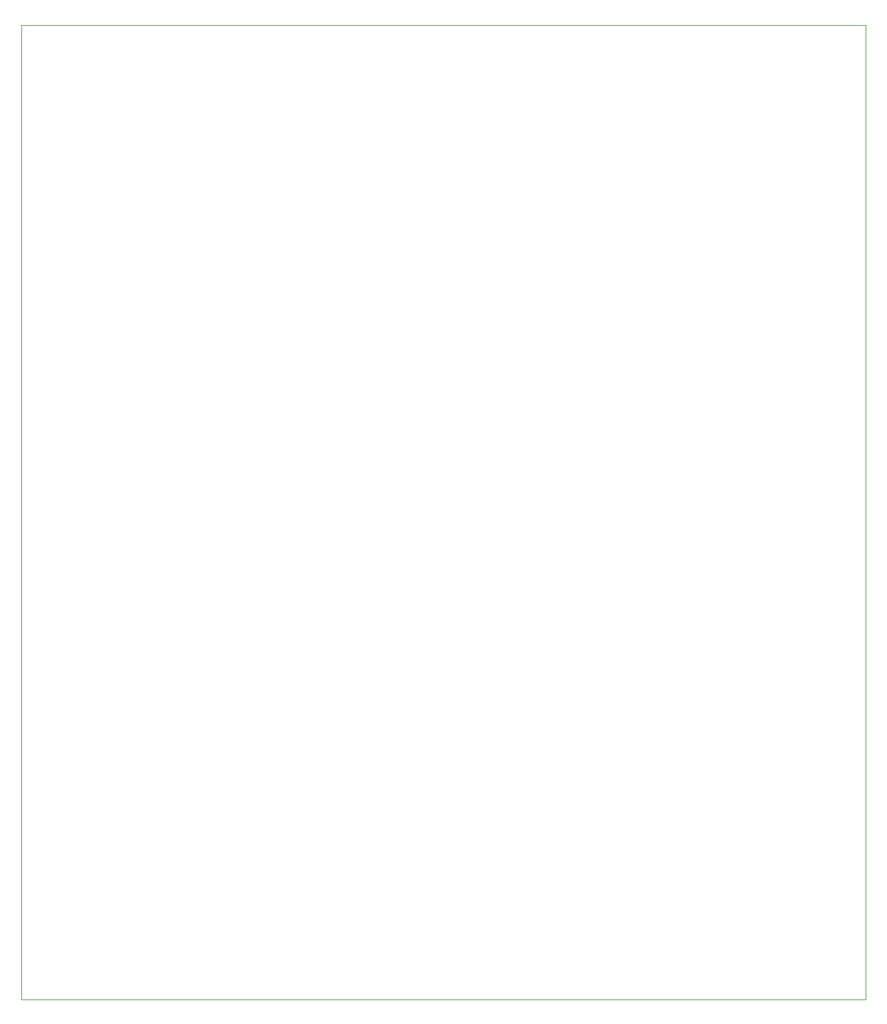
<source format=gbr>
%TF.GenerationSoftware,KiCad,Pcbnew,(6.0.9)*%
%TF.CreationDate,2022-11-23T18:20:09+10:30*%
%TF.ProjectId,DasBlinkenLights,44617342-6c69-46e6-9b65-6e4c69676874,rev?*%
%TF.SameCoordinates,Original*%
%TF.FileFunction,Profile,NP*%
%FSLAX46Y46*%
G04 Gerber Fmt 4.6, Leading zero omitted, Abs format (unit mm)*
G04 Created by KiCad (PCBNEW (6.0.9)) date 2022-11-23 18:20:09*
%MOMM*%
%LPD*%
G01*
G04 APERTURE LIST*
%TA.AperFunction,Profile*%
%ADD10C,0.100000*%
%TD*%
G04 APERTURE END LIST*
D10*
X194056000Y-24231600D02*
X194056000Y-155549600D01*
X80264000Y-93131000D02*
X80264000Y-24231600D01*
X80264000Y-24231600D02*
X194056000Y-24231600D01*
X80264000Y-93131000D02*
X80264000Y-155549600D01*
X194056000Y-155549600D02*
X80264000Y-155549600D01*
M02*

</source>
